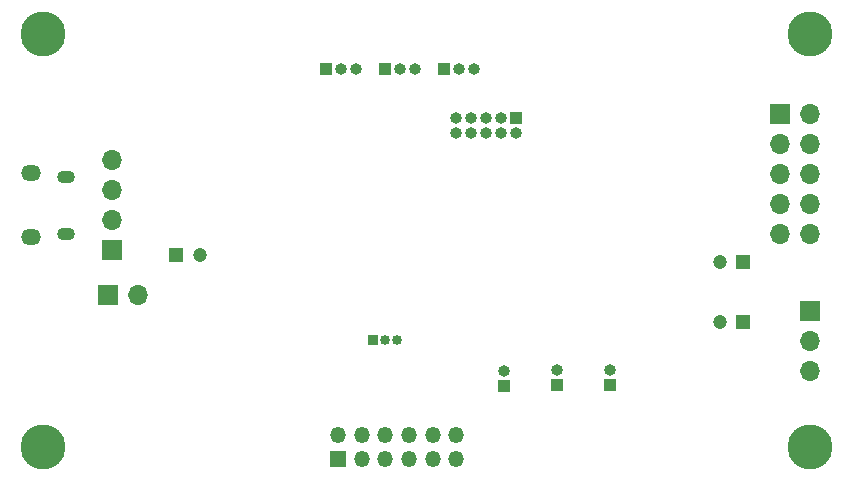
<source format=gbr>
%TF.GenerationSoftware,KiCad,Pcbnew,7.99.0-3522-gc5520b3eef-dirty*%
%TF.CreationDate,2024-01-06T21:25:36+00:00*%
%TF.ProjectId,lamp-controller,6c616d70-2d63-46f6-9e74-726f6c6c6572,rev?*%
%TF.SameCoordinates,Original*%
%TF.FileFunction,Soldermask,Bot*%
%TF.FilePolarity,Negative*%
%FSLAX46Y46*%
G04 Gerber Fmt 4.6, Leading zero omitted, Abs format (unit mm)*
G04 Created by KiCad (PCBNEW 7.99.0-3522-gc5520b3eef-dirty) date 2024-01-06 21:25:36*
%MOMM*%
%LPD*%
G01*
G04 APERTURE LIST*
%ADD10R,1.350000X1.350000*%
%ADD11O,1.350000X1.350000*%
%ADD12R,1.700000X1.700000*%
%ADD13O,1.700000X1.700000*%
%ADD14R,1.000000X1.000000*%
%ADD15O,1.000000X1.000000*%
%ADD16R,1.200000X1.200000*%
%ADD17C,1.200000*%
%ADD18C,3.800000*%
%ADD19R,0.850000X0.850000*%
%ADD20O,0.850000X0.850000*%
%ADD21O,1.700000X1.350000*%
%ADD22O,1.500000X1.100000*%
G04 APERTURE END LIST*
D10*
%TO.C,J1*%
X135000000Y-96000000D03*
D11*
X135000000Y-94000000D03*
X137000000Y-96000000D03*
X137000000Y-94000000D03*
X139000000Y-96000000D03*
X139000000Y-94000000D03*
X141000000Y-96000000D03*
X141000000Y-94000000D03*
X143000000Y-96000000D03*
X143000000Y-94000000D03*
X145000000Y-96000000D03*
X145000000Y-94000000D03*
%TD*%
D12*
%TO.C,J2*%
X172460000Y-66840000D03*
D13*
X175000000Y-66840000D03*
X172460000Y-69380000D03*
X175000000Y-69380000D03*
X172460000Y-71920000D03*
X175000000Y-71920000D03*
X172460000Y-74460000D03*
X175000000Y-74460000D03*
X172460000Y-77000000D03*
X175000000Y-77000000D03*
%TD*%
D14*
%TO.C,SW3*%
X153550000Y-89770000D03*
D15*
X153550000Y-88500000D03*
%TD*%
D16*
%TO.C,C3*%
X121300000Y-78700000D03*
D17*
X123300000Y-78700000D03*
%TD*%
D16*
%TO.C,C5*%
X169300000Y-79300000D03*
D17*
X167300000Y-79300000D03*
%TD*%
D18*
%TO.C,H4*%
X110000000Y-95000000D03*
%TD*%
%TO.C,H1*%
X110000000Y-60000000D03*
%TD*%
D16*
%TO.C,C18*%
X169300000Y-84400000D03*
D17*
X167300000Y-84400000D03*
%TD*%
D18*
%TO.C,H3*%
X175000000Y-95000000D03*
%TD*%
D14*
%TO.C,SW2*%
X149050000Y-89820000D03*
D15*
X149050000Y-88550000D03*
%TD*%
D14*
%TO.C,RV2*%
X138960000Y-63000000D03*
D15*
X140230000Y-63000000D03*
X141500000Y-63000000D03*
%TD*%
D12*
%TO.C,J3*%
X175000000Y-83500000D03*
D13*
X175000000Y-86040000D03*
X175000000Y-88580000D03*
%TD*%
D12*
%TO.C,SW1*%
X115500000Y-82100000D03*
D13*
X118040000Y-82100000D03*
%TD*%
D14*
%TO.C,RV3*%
X143960000Y-63000000D03*
D15*
X145230000Y-63000000D03*
X146500000Y-63000000D03*
%TD*%
D14*
%TO.C,RV1*%
X133960000Y-63000000D03*
D15*
X135230000Y-63000000D03*
X136500000Y-63000000D03*
%TD*%
D19*
%TO.C,J6*%
X138000000Y-85900000D03*
D20*
X139000000Y-85900000D03*
X140000000Y-85900000D03*
%TD*%
D18*
%TO.C,H2*%
X175000000Y-60000000D03*
%TD*%
D14*
%TO.C,J5*%
X150070000Y-67130000D03*
D15*
X150070000Y-68400000D03*
X148800000Y-67130000D03*
X148800000Y-68400000D03*
X147530000Y-67130000D03*
X147530000Y-68400000D03*
X146260000Y-67130000D03*
X146260000Y-68400000D03*
X144990000Y-67130000D03*
X144990000Y-68400000D03*
%TD*%
D21*
%TO.C,J8*%
X109000000Y-71790000D03*
D22*
X112000000Y-72100000D03*
X112000000Y-76940000D03*
D21*
X109000000Y-77250000D03*
%TD*%
D15*
%TO.C,SW4*%
X158050000Y-88512500D03*
D14*
X158050000Y-89782500D03*
%TD*%
D12*
%TO.C,J7*%
X115900000Y-78280000D03*
D13*
X115900000Y-75740000D03*
X115900000Y-73200000D03*
X115900000Y-70660000D03*
%TD*%
M02*

</source>
